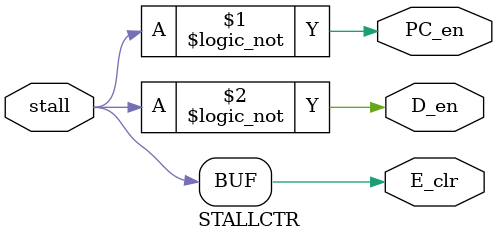
<source format=v>
`timescale 1ns / 1ps
module STALLCTR(
	input stall,
	output PC_en,E_clr,D_en
    );
	 
	 assign PC_en = !stall;
	 assign E_clr = stall;
	 assign D_en = !stall;


endmodule

</source>
